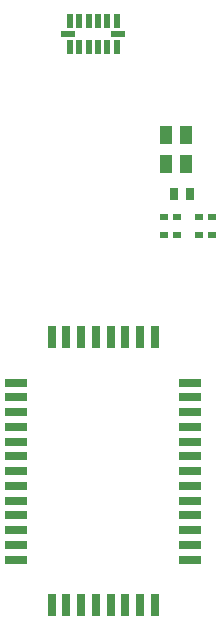
<source format=gbr>
%TF.GenerationSoftware,Altium Limited,Altium Designer,21.1.0 (24)*%
G04 Layer_Color=8421504*
%FSLAX45Y45*%
%MOMM*%
%TF.SameCoordinates,C7EFD359-0A36-47DB-A843-284638A52AF0*%
%TF.FilePolarity,Positive*%
%TF.FileFunction,Paste,Top*%
%TF.Part,Single*%
G01*
G75*
%TA.AperFunction,SMDPad,CuDef*%
%ADD11R,0.70000X0.60000*%
%ADD12R,0.55000X1.14500*%
%ADD13R,1.14500X0.55000*%
%ADD14R,1.90000X0.70000*%
%ADD15R,0.70000X1.90000*%
%ADD16R,1.10000X1.57000*%
%ADD17R,0.78000X0.99000*%
D11*
X2805002Y4149998D02*
D03*
X2695005D02*
D03*
X2995004D02*
D03*
X3105001D02*
D03*
Y3999996D02*
D03*
X2995004D02*
D03*
X2695005D02*
D03*
X2805002D02*
D03*
D12*
X2300004Y5809705D02*
D03*
X2220004D02*
D03*
X2140004D02*
D03*
X2060005D02*
D03*
X1980005D02*
D03*
X1900005D02*
D03*
Y5590305D02*
D03*
X1980005D02*
D03*
X2060005D02*
D03*
X2140004D02*
D03*
X2220004D02*
D03*
X2300004D02*
D03*
D13*
X1890206Y5700007D02*
D03*
X2309803D02*
D03*
D14*
X1449998Y2750001D02*
D03*
Y2625002D02*
D03*
Y2500004D02*
D03*
Y2375005D02*
D03*
Y2250002D02*
D03*
Y2125003D02*
D03*
Y2000005D02*
D03*
Y1875001D02*
D03*
Y1750003D02*
D03*
Y1625004D02*
D03*
Y1500001D02*
D03*
Y1375002D02*
D03*
Y1250004D02*
D03*
X2919998D02*
D03*
Y1375002D02*
D03*
Y1500001D02*
D03*
Y1625004D02*
D03*
Y1750003D02*
D03*
Y1875001D02*
D03*
Y2000005D02*
D03*
Y2125003D02*
D03*
Y2250002D02*
D03*
Y2375005D02*
D03*
Y2500004D02*
D03*
Y2625002D02*
D03*
Y2750001D02*
D03*
D15*
X1747498Y869105D02*
D03*
X1872502D02*
D03*
X1997500D02*
D03*
X2122499D02*
D03*
X2247502D02*
D03*
X2372501D02*
D03*
X2497499D02*
D03*
X2622498D02*
D03*
Y3139103D02*
D03*
X2497499D02*
D03*
X2372501D02*
D03*
X2247502D02*
D03*
X2122499D02*
D03*
X1997500D02*
D03*
X1872502D02*
D03*
X1747498D02*
D03*
D16*
X2880999Y4849996D02*
D03*
X2718997D02*
D03*
X2880999Y4599999D02*
D03*
X2718997D02*
D03*
D17*
X2920003Y4349992D02*
D03*
X2780003D02*
D03*
%TF.MD5,50a87402f3860278eb5d61f1646ca087*%
M02*

</source>
